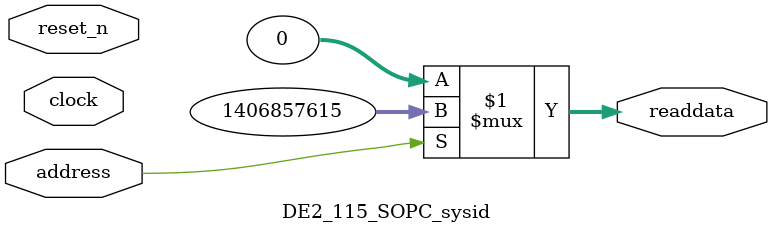
<source format=v>

`timescale 1ns / 1ps
// synthesis translate_on

// turn off superfluous verilog processor warnings 
// altera message_level Level1 
// altera message_off 10034 10035 10036 10037 10230 10240 10030 

module DE2_115_SOPC_sysid (
               // inputs:
                address,
                clock,
                reset_n,

               // outputs:
                readdata
             )
;

  output  [ 31: 0] readdata;
  input            address;
  input            clock;
  input            reset_n;

  wire    [ 31: 0] readdata;
  //control_slave, which is an e_avalon_slave
  assign readdata = address ? 1406857615 : 0;

endmodule




</source>
